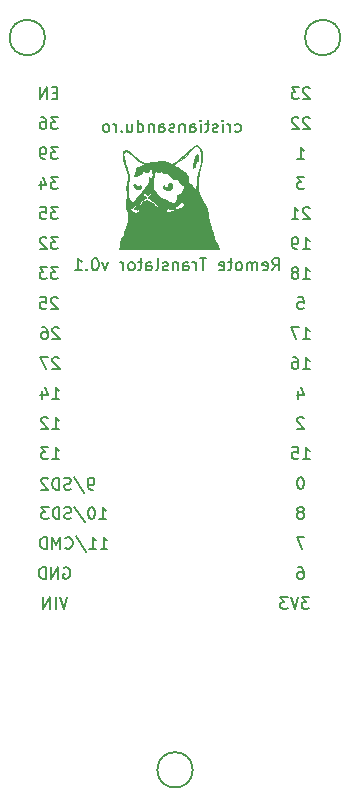
<source format=gbr>
G04 #@! TF.GenerationSoftware,KiCad,Pcbnew,5.1.3-ffb9f22~84~ubuntu18.04.1*
G04 #@! TF.CreationDate,2019-08-09T22:51:00+03:00*
G04 #@! TF.ProjectId,Edifier_Remote,45646966-6965-4725-9f52-656d6f74652e,rev?*
G04 #@! TF.SameCoordinates,Original*
G04 #@! TF.FileFunction,Legend,Bot*
G04 #@! TF.FilePolarity,Positive*
%FSLAX46Y46*%
G04 Gerber Fmt 4.6, Leading zero omitted, Abs format (unit mm)*
G04 Created by KiCad (PCBNEW 5.1.3-ffb9f22~84~ubuntu18.04.1) date 2019-08-09 22:51:00*
%MOMM*%
%LPD*%
G04 APERTURE LIST*
%ADD10C,0.150000*%
%ADD11C,0.200000*%
%ADD12C,0.010000*%
G04 APERTURE END LIST*
D10*
X125725819Y-89961980D02*
X126059152Y-89485790D01*
X126297247Y-89961980D02*
X126297247Y-88961980D01*
X125916295Y-88961980D01*
X125821057Y-89009600D01*
X125773438Y-89057219D01*
X125725819Y-89152457D01*
X125725819Y-89295314D01*
X125773438Y-89390552D01*
X125821057Y-89438171D01*
X125916295Y-89485790D01*
X126297247Y-89485790D01*
X124916295Y-89914361D02*
X125011533Y-89961980D01*
X125202009Y-89961980D01*
X125297247Y-89914361D01*
X125344866Y-89819123D01*
X125344866Y-89438171D01*
X125297247Y-89342933D01*
X125202009Y-89295314D01*
X125011533Y-89295314D01*
X124916295Y-89342933D01*
X124868676Y-89438171D01*
X124868676Y-89533409D01*
X125344866Y-89628647D01*
X124440104Y-89961980D02*
X124440104Y-89295314D01*
X124440104Y-89390552D02*
X124392485Y-89342933D01*
X124297247Y-89295314D01*
X124154390Y-89295314D01*
X124059152Y-89342933D01*
X124011533Y-89438171D01*
X124011533Y-89961980D01*
X124011533Y-89438171D02*
X123963914Y-89342933D01*
X123868676Y-89295314D01*
X123725819Y-89295314D01*
X123630580Y-89342933D01*
X123582961Y-89438171D01*
X123582961Y-89961980D01*
X122963914Y-89961980D02*
X123059152Y-89914361D01*
X123106771Y-89866742D01*
X123154390Y-89771504D01*
X123154390Y-89485790D01*
X123106771Y-89390552D01*
X123059152Y-89342933D01*
X122963914Y-89295314D01*
X122821057Y-89295314D01*
X122725819Y-89342933D01*
X122678200Y-89390552D01*
X122630580Y-89485790D01*
X122630580Y-89771504D01*
X122678200Y-89866742D01*
X122725819Y-89914361D01*
X122821057Y-89961980D01*
X122963914Y-89961980D01*
X122344866Y-89295314D02*
X121963914Y-89295314D01*
X122202009Y-88961980D02*
X122202009Y-89819123D01*
X122154390Y-89914361D01*
X122059152Y-89961980D01*
X121963914Y-89961980D01*
X121249628Y-89914361D02*
X121344866Y-89961980D01*
X121535342Y-89961980D01*
X121630580Y-89914361D01*
X121678200Y-89819123D01*
X121678200Y-89438171D01*
X121630580Y-89342933D01*
X121535342Y-89295314D01*
X121344866Y-89295314D01*
X121249628Y-89342933D01*
X121202009Y-89438171D01*
X121202009Y-89533409D01*
X121678200Y-89628647D01*
X120154390Y-88961980D02*
X119582961Y-88961980D01*
X119868676Y-89961980D02*
X119868676Y-88961980D01*
X119249628Y-89961980D02*
X119249628Y-89295314D01*
X119249628Y-89485790D02*
X119202009Y-89390552D01*
X119154390Y-89342933D01*
X119059152Y-89295314D01*
X118963914Y-89295314D01*
X118202009Y-89961980D02*
X118202009Y-89438171D01*
X118249628Y-89342933D01*
X118344866Y-89295314D01*
X118535342Y-89295314D01*
X118630580Y-89342933D01*
X118202009Y-89914361D02*
X118297247Y-89961980D01*
X118535342Y-89961980D01*
X118630580Y-89914361D01*
X118678200Y-89819123D01*
X118678200Y-89723885D01*
X118630580Y-89628647D01*
X118535342Y-89581028D01*
X118297247Y-89581028D01*
X118202009Y-89533409D01*
X117725819Y-89295314D02*
X117725819Y-89961980D01*
X117725819Y-89390552D02*
X117678200Y-89342933D01*
X117582961Y-89295314D01*
X117440104Y-89295314D01*
X117344866Y-89342933D01*
X117297247Y-89438171D01*
X117297247Y-89961980D01*
X116868676Y-89914361D02*
X116773438Y-89961980D01*
X116582961Y-89961980D01*
X116487723Y-89914361D01*
X116440104Y-89819123D01*
X116440104Y-89771504D01*
X116487723Y-89676266D01*
X116582961Y-89628647D01*
X116725819Y-89628647D01*
X116821057Y-89581028D01*
X116868676Y-89485790D01*
X116868676Y-89438171D01*
X116821057Y-89342933D01*
X116725819Y-89295314D01*
X116582961Y-89295314D01*
X116487723Y-89342933D01*
X115868676Y-89961980D02*
X115963914Y-89914361D01*
X116011533Y-89819123D01*
X116011533Y-88961980D01*
X115059152Y-89961980D02*
X115059152Y-89438171D01*
X115106771Y-89342933D01*
X115202009Y-89295314D01*
X115392485Y-89295314D01*
X115487723Y-89342933D01*
X115059152Y-89914361D02*
X115154390Y-89961980D01*
X115392485Y-89961980D01*
X115487723Y-89914361D01*
X115535342Y-89819123D01*
X115535342Y-89723885D01*
X115487723Y-89628647D01*
X115392485Y-89581028D01*
X115154390Y-89581028D01*
X115059152Y-89533409D01*
X114725819Y-89295314D02*
X114344866Y-89295314D01*
X114582961Y-88961980D02*
X114582961Y-89819123D01*
X114535342Y-89914361D01*
X114440104Y-89961980D01*
X114344866Y-89961980D01*
X113868676Y-89961980D02*
X113963914Y-89914361D01*
X114011533Y-89866742D01*
X114059152Y-89771504D01*
X114059152Y-89485790D01*
X114011533Y-89390552D01*
X113963914Y-89342933D01*
X113868676Y-89295314D01*
X113725819Y-89295314D01*
X113630580Y-89342933D01*
X113582961Y-89390552D01*
X113535342Y-89485790D01*
X113535342Y-89771504D01*
X113582961Y-89866742D01*
X113630580Y-89914361D01*
X113725819Y-89961980D01*
X113868676Y-89961980D01*
X113106771Y-89961980D02*
X113106771Y-89295314D01*
X113106771Y-89485790D02*
X113059152Y-89390552D01*
X113011533Y-89342933D01*
X112916295Y-89295314D01*
X112821057Y-89295314D01*
X111821057Y-89295314D02*
X111582961Y-89961980D01*
X111344866Y-89295314D01*
X110773438Y-88961980D02*
X110678200Y-88961980D01*
X110582961Y-89009600D01*
X110535342Y-89057219D01*
X110487723Y-89152457D01*
X110440104Y-89342933D01*
X110440104Y-89581028D01*
X110487723Y-89771504D01*
X110535342Y-89866742D01*
X110582961Y-89914361D01*
X110678200Y-89961980D01*
X110773438Y-89961980D01*
X110868676Y-89914361D01*
X110916295Y-89866742D01*
X110963914Y-89771504D01*
X111011533Y-89581028D01*
X111011533Y-89342933D01*
X110963914Y-89152457D01*
X110916295Y-89057219D01*
X110868676Y-89009600D01*
X110773438Y-88961980D01*
X110011533Y-89866742D02*
X109963914Y-89914361D01*
X110011533Y-89961980D01*
X110059152Y-89914361D01*
X110011533Y-89866742D01*
X110011533Y-89961980D01*
X109011533Y-89961980D02*
X109582961Y-89961980D01*
X109297247Y-89961980D02*
X109297247Y-88961980D01*
X109392485Y-89104838D01*
X109487723Y-89200076D01*
X109582961Y-89247695D01*
X122578142Y-78204961D02*
X122673380Y-78252580D01*
X122863857Y-78252580D01*
X122959095Y-78204961D01*
X123006714Y-78157342D01*
X123054333Y-78062104D01*
X123054333Y-77776390D01*
X123006714Y-77681152D01*
X122959095Y-77633533D01*
X122863857Y-77585914D01*
X122673380Y-77585914D01*
X122578142Y-77633533D01*
X122149571Y-78252580D02*
X122149571Y-77585914D01*
X122149571Y-77776390D02*
X122101952Y-77681152D01*
X122054333Y-77633533D01*
X121959095Y-77585914D01*
X121863857Y-77585914D01*
X121530523Y-78252580D02*
X121530523Y-77585914D01*
X121530523Y-77252580D02*
X121578142Y-77300200D01*
X121530523Y-77347819D01*
X121482904Y-77300200D01*
X121530523Y-77252580D01*
X121530523Y-77347819D01*
X121101952Y-78204961D02*
X121006714Y-78252580D01*
X120816238Y-78252580D01*
X120721000Y-78204961D01*
X120673380Y-78109723D01*
X120673380Y-78062104D01*
X120721000Y-77966866D01*
X120816238Y-77919247D01*
X120959095Y-77919247D01*
X121054333Y-77871628D01*
X121101952Y-77776390D01*
X121101952Y-77728771D01*
X121054333Y-77633533D01*
X120959095Y-77585914D01*
X120816238Y-77585914D01*
X120721000Y-77633533D01*
X120387666Y-77585914D02*
X120006714Y-77585914D01*
X120244809Y-77252580D02*
X120244809Y-78109723D01*
X120197190Y-78204961D01*
X120101952Y-78252580D01*
X120006714Y-78252580D01*
X119673380Y-78252580D02*
X119673380Y-77585914D01*
X119673380Y-77252580D02*
X119721000Y-77300200D01*
X119673380Y-77347819D01*
X119625761Y-77300200D01*
X119673380Y-77252580D01*
X119673380Y-77347819D01*
X118768619Y-78252580D02*
X118768619Y-77728771D01*
X118816238Y-77633533D01*
X118911476Y-77585914D01*
X119101952Y-77585914D01*
X119197190Y-77633533D01*
X118768619Y-78204961D02*
X118863857Y-78252580D01*
X119101952Y-78252580D01*
X119197190Y-78204961D01*
X119244809Y-78109723D01*
X119244809Y-78014485D01*
X119197190Y-77919247D01*
X119101952Y-77871628D01*
X118863857Y-77871628D01*
X118768619Y-77824009D01*
X118292428Y-77585914D02*
X118292428Y-78252580D01*
X118292428Y-77681152D02*
X118244809Y-77633533D01*
X118149571Y-77585914D01*
X118006714Y-77585914D01*
X117911476Y-77633533D01*
X117863857Y-77728771D01*
X117863857Y-78252580D01*
X117435285Y-78204961D02*
X117340047Y-78252580D01*
X117149571Y-78252580D01*
X117054333Y-78204961D01*
X117006714Y-78109723D01*
X117006714Y-78062104D01*
X117054333Y-77966866D01*
X117149571Y-77919247D01*
X117292428Y-77919247D01*
X117387666Y-77871628D01*
X117435285Y-77776390D01*
X117435285Y-77728771D01*
X117387666Y-77633533D01*
X117292428Y-77585914D01*
X117149571Y-77585914D01*
X117054333Y-77633533D01*
X116149571Y-78252580D02*
X116149571Y-77728771D01*
X116197190Y-77633533D01*
X116292428Y-77585914D01*
X116482904Y-77585914D01*
X116578142Y-77633533D01*
X116149571Y-78204961D02*
X116244809Y-78252580D01*
X116482904Y-78252580D01*
X116578142Y-78204961D01*
X116625761Y-78109723D01*
X116625761Y-78014485D01*
X116578142Y-77919247D01*
X116482904Y-77871628D01*
X116244809Y-77871628D01*
X116149571Y-77824009D01*
X115673380Y-77585914D02*
X115673380Y-78252580D01*
X115673380Y-77681152D02*
X115625761Y-77633533D01*
X115530523Y-77585914D01*
X115387666Y-77585914D01*
X115292428Y-77633533D01*
X115244809Y-77728771D01*
X115244809Y-78252580D01*
X114340047Y-78252580D02*
X114340047Y-77252580D01*
X114340047Y-78204961D02*
X114435285Y-78252580D01*
X114625761Y-78252580D01*
X114721000Y-78204961D01*
X114768619Y-78157342D01*
X114816238Y-78062104D01*
X114816238Y-77776390D01*
X114768619Y-77681152D01*
X114721000Y-77633533D01*
X114625761Y-77585914D01*
X114435285Y-77585914D01*
X114340047Y-77633533D01*
X113435285Y-77585914D02*
X113435285Y-78252580D01*
X113863857Y-77585914D02*
X113863857Y-78109723D01*
X113816238Y-78204961D01*
X113721000Y-78252580D01*
X113578142Y-78252580D01*
X113482904Y-78204961D01*
X113435285Y-78157342D01*
X112959095Y-78157342D02*
X112911476Y-78204961D01*
X112959095Y-78252580D01*
X113006714Y-78204961D01*
X112959095Y-78157342D01*
X112959095Y-78252580D01*
X112482904Y-78252580D02*
X112482904Y-77585914D01*
X112482904Y-77776390D02*
X112435285Y-77681152D01*
X112387666Y-77633533D01*
X112292428Y-77585914D01*
X112197190Y-77585914D01*
X111721000Y-78252580D02*
X111816238Y-78204961D01*
X111863857Y-78157342D01*
X111911476Y-78062104D01*
X111911476Y-77776390D01*
X111863857Y-77681152D01*
X111816238Y-77633533D01*
X111721000Y-77585914D01*
X111578142Y-77585914D01*
X111482904Y-77633533D01*
X111435285Y-77681152D01*
X111387666Y-77776390D01*
X111387666Y-78062104D01*
X111435285Y-78157342D01*
X111482904Y-78204961D01*
X111578142Y-78252580D01*
X111721000Y-78252580D01*
D11*
X118987200Y-132268601D02*
G75*
G03X118987200Y-132268601I-1500000J0D01*
G01*
X131497200Y-70268600D02*
G75*
G03X131497200Y-70268600I-1500000J0D01*
G01*
X106477199Y-70268600D02*
G75*
G03X106477199Y-70268600I-1500000J0D01*
G01*
D12*
G36*
X119256611Y-80183636D02*
G01*
X119207262Y-80283991D01*
X119159881Y-80448087D01*
X119159023Y-80451671D01*
X119118542Y-80610031D01*
X119071840Y-80776380D01*
X119035357Y-80894893D01*
X118995344Y-81046596D01*
X118982615Y-81165675D01*
X118994807Y-81245174D01*
X119029560Y-81278137D01*
X119084512Y-81257610D01*
X119139227Y-81200819D01*
X119192924Y-81095116D01*
X119210667Y-80996032D01*
X119232711Y-80892461D01*
X119288237Y-80803912D01*
X119361338Y-80752142D01*
X119393031Y-80746600D01*
X119428856Y-80713277D01*
X119455018Y-80613171D01*
X119461149Y-80568800D01*
X119467342Y-80393521D01*
X119441904Y-80256745D01*
X119387168Y-80169288D01*
X119372629Y-80158488D01*
X119310783Y-80143107D01*
X119256611Y-80183636D01*
X119256611Y-80183636D01*
G37*
X119256611Y-80183636D02*
X119207262Y-80283991D01*
X119159881Y-80448087D01*
X119159023Y-80451671D01*
X119118542Y-80610031D01*
X119071840Y-80776380D01*
X119035357Y-80894893D01*
X118995344Y-81046596D01*
X118982615Y-81165675D01*
X118994807Y-81245174D01*
X119029560Y-81278137D01*
X119084512Y-81257610D01*
X119139227Y-81200819D01*
X119192924Y-81095116D01*
X119210667Y-80996032D01*
X119232711Y-80892461D01*
X119288237Y-80803912D01*
X119361338Y-80752142D01*
X119393031Y-80746600D01*
X119428856Y-80713277D01*
X119455018Y-80613171D01*
X119461149Y-80568800D01*
X119467342Y-80393521D01*
X119441904Y-80256745D01*
X119387168Y-80169288D01*
X119372629Y-80158488D01*
X119310783Y-80143107D01*
X119256611Y-80183636D01*
G36*
X113992558Y-82703822D02*
G01*
X113981897Y-82719625D01*
X113963272Y-82783786D01*
X113992170Y-82863326D01*
X113995200Y-82868735D01*
X114102308Y-82995012D01*
X114244995Y-83074590D01*
X114404950Y-83098663D01*
X114460569Y-83092539D01*
X114531422Y-83057136D01*
X114598536Y-82991787D01*
X114636633Y-82922782D01*
X114638667Y-82907311D01*
X114613287Y-82872562D01*
X114553132Y-82825717D01*
X114488552Y-82789709D01*
X114444770Y-82794805D01*
X114403525Y-82827657D01*
X114312033Y-82875811D01*
X114226680Y-82861410D01*
X114162813Y-82789006D01*
X114148761Y-82752123D01*
X114106850Y-82670907D01*
X114052413Y-82654345D01*
X113992558Y-82703822D01*
X113992558Y-82703822D01*
G37*
X113992558Y-82703822D02*
X113981897Y-82719625D01*
X113963272Y-82783786D01*
X113992170Y-82863326D01*
X113995200Y-82868735D01*
X114102308Y-82995012D01*
X114244995Y-83074590D01*
X114404950Y-83098663D01*
X114460569Y-83092539D01*
X114531422Y-83057136D01*
X114598536Y-82991787D01*
X114636633Y-82922782D01*
X114638667Y-82907311D01*
X114613287Y-82872562D01*
X114553132Y-82825717D01*
X114488552Y-82789709D01*
X114444770Y-82794805D01*
X114403525Y-82827657D01*
X114312033Y-82875811D01*
X114226680Y-82861410D01*
X114162813Y-82789006D01*
X114148761Y-82752123D01*
X114106850Y-82670907D01*
X114052413Y-82654345D01*
X113992558Y-82703822D01*
G36*
X116940930Y-82637058D02*
G01*
X116895360Y-82696504D01*
X116895131Y-82767934D01*
X116885765Y-82843718D01*
X116839026Y-82890617D01*
X116746873Y-82925436D01*
X116658760Y-82894763D01*
X116596160Y-82832956D01*
X116552063Y-82784154D01*
X116522148Y-82787224D01*
X116487171Y-82829400D01*
X116444501Y-82904776D01*
X116437389Y-82961701D01*
X116464263Y-82981800D01*
X116505470Y-83001975D01*
X116578687Y-83053845D01*
X116636800Y-83100333D01*
X116722557Y-83165607D01*
X116791243Y-83206612D01*
X116817804Y-83214254D01*
X116880867Y-83204495D01*
X116934545Y-83194780D01*
X117024873Y-83151776D01*
X117122252Y-83067495D01*
X117207073Y-82962926D01*
X117259725Y-82859058D01*
X117264324Y-82841823D01*
X117272368Y-82754864D01*
X117240702Y-82695450D01*
X117212903Y-82670488D01*
X117116141Y-82619009D01*
X117020004Y-82609546D01*
X116940930Y-82637058D01*
X116940930Y-82637058D01*
G37*
X116940930Y-82637058D02*
X116895360Y-82696504D01*
X116895131Y-82767934D01*
X116885765Y-82843718D01*
X116839026Y-82890617D01*
X116746873Y-82925436D01*
X116658760Y-82894763D01*
X116596160Y-82832956D01*
X116552063Y-82784154D01*
X116522148Y-82787224D01*
X116487171Y-82829400D01*
X116444501Y-82904776D01*
X116437389Y-82961701D01*
X116464263Y-82981800D01*
X116505470Y-83001975D01*
X116578687Y-83053845D01*
X116636800Y-83100333D01*
X116722557Y-83165607D01*
X116791243Y-83206612D01*
X116817804Y-83214254D01*
X116880867Y-83204495D01*
X116934545Y-83194780D01*
X117024873Y-83151776D01*
X117122252Y-83067495D01*
X117207073Y-82962926D01*
X117259725Y-82859058D01*
X117264324Y-82841823D01*
X117272368Y-82754864D01*
X117240702Y-82695450D01*
X117212903Y-82670488D01*
X117116141Y-82619009D01*
X117020004Y-82609546D01*
X116940930Y-82637058D01*
G36*
X119255903Y-79375953D02*
G01*
X119140494Y-79424309D01*
X119001076Y-79519899D01*
X118831229Y-79664292D01*
X118624529Y-79859054D01*
X118618919Y-79864500D01*
X118379474Y-80090908D01*
X118145124Y-80300935D01*
X117922106Y-80489776D01*
X117716656Y-80652624D01*
X117535010Y-80784676D01*
X117383404Y-80881125D01*
X117268075Y-80937166D01*
X117210440Y-80949800D01*
X117151972Y-80936140D01*
X117052905Y-80900121D01*
X116933466Y-80849185D01*
X116919357Y-80842716D01*
X116753581Y-80779266D01*
X116579844Y-80742249D01*
X116383414Y-80730590D01*
X116149561Y-80743211D01*
X115925600Y-80770070D01*
X115760336Y-80792011D01*
X115560551Y-80816720D01*
X115359113Y-80840188D01*
X115273934Y-80849571D01*
X114910135Y-80888701D01*
X114698201Y-80789448D01*
X114554331Y-80706787D01*
X114377793Y-80580158D01*
X114179444Y-80417493D01*
X114130667Y-80374742D01*
X113875747Y-80157255D01*
X113659741Y-79992233D01*
X113480228Y-79878487D01*
X113334783Y-79814827D01*
X113220984Y-79800062D01*
X113136406Y-79833003D01*
X113102344Y-79869761D01*
X113057699Y-79978617D01*
X113044862Y-80134371D01*
X113064176Y-80339647D01*
X113115983Y-80597070D01*
X113200629Y-80909263D01*
X113265764Y-81119133D01*
X113360508Y-81428649D01*
X113427793Y-81689994D01*
X113468945Y-81916308D01*
X113485293Y-82120733D01*
X113478163Y-82316407D01*
X113448882Y-82516473D01*
X113420238Y-82648269D01*
X113391495Y-82777676D01*
X113374702Y-82886619D01*
X113368927Y-82996134D01*
X113373244Y-83127258D01*
X113386720Y-83301031D01*
X113389846Y-83336214D01*
X113405668Y-83548346D01*
X113409576Y-83720657D01*
X113401109Y-83880083D01*
X113379807Y-84053560D01*
X113377277Y-84070566D01*
X113352356Y-84282193D01*
X113347942Y-84472008D01*
X113365946Y-84661389D01*
X113408282Y-84871712D01*
X113469240Y-85098201D01*
X113521852Y-85312696D01*
X113547549Y-85512633D01*
X113544709Y-85711052D01*
X113511707Y-85920991D01*
X113446920Y-86155489D01*
X113348724Y-86427587D01*
X113283611Y-86589015D01*
X113211779Y-86762830D01*
X113136371Y-86945893D01*
X113069224Y-87109449D01*
X113042596Y-87174558D01*
X112953014Y-87422826D01*
X112870930Y-87703218D01*
X112806523Y-87980180D01*
X112795866Y-88036400D01*
X112772931Y-88163400D01*
X121243518Y-88163400D01*
X121124546Y-87927152D01*
X121006421Y-87686765D01*
X120906269Y-87471247D01*
X120828998Y-87291577D01*
X120779515Y-87158732D01*
X120775964Y-87147400D01*
X120755399Y-87081287D01*
X120717790Y-86961626D01*
X120666612Y-86799419D01*
X120605339Y-86605668D01*
X120537443Y-86391377D01*
X120503313Y-86283799D01*
X120426131Y-86038763D01*
X120367387Y-85845739D01*
X120324295Y-85692416D01*
X120294071Y-85566484D01*
X120273928Y-85455632D01*
X120261082Y-85347551D01*
X120252748Y-85229928D01*
X120249274Y-85160930D01*
X120238113Y-84973396D01*
X120223904Y-84861823D01*
X117438443Y-84861823D01*
X117436506Y-84902194D01*
X117425922Y-84914847D01*
X117352483Y-84955917D01*
X117236550Y-84986106D01*
X117099038Y-85003919D01*
X116960863Y-85007860D01*
X116842941Y-84996431D01*
X116766188Y-84968137D01*
X116759684Y-84962512D01*
X116726938Y-84906918D01*
X116736793Y-84830662D01*
X116742698Y-84812827D01*
X116772385Y-84760887D01*
X114469334Y-84760887D01*
X114451649Y-84823986D01*
X114408007Y-84915244D01*
X114352528Y-85008218D01*
X114302662Y-85073066D01*
X114221501Y-85136910D01*
X114150962Y-85138356D01*
X114079867Y-85081533D01*
X114014793Y-85030295D01*
X113964551Y-85013673D01*
X113886211Y-84993481D01*
X113799144Y-84944220D01*
X113726407Y-84882391D01*
X113691054Y-84824498D01*
X113690400Y-84817433D01*
X113718459Y-84746647D01*
X113792424Y-84662001D01*
X113896981Y-84578613D01*
X113985052Y-84526599D01*
X114090680Y-84484648D01*
X114164756Y-84475230D01*
X114198564Y-84493697D01*
X114183384Y-84535401D01*
X114112358Y-84594482D01*
X114027642Y-84667940D01*
X113979355Y-84746055D01*
X113978453Y-84810591D01*
X113980438Y-84814113D01*
X114010190Y-84813445D01*
X114055960Y-84761694D01*
X114066173Y-84745680D01*
X114128561Y-84667412D01*
X114182342Y-84639224D01*
X114215784Y-84661337D01*
X114217156Y-84733972D01*
X114215334Y-84742866D01*
X114210700Y-84821058D01*
X114238382Y-84842660D01*
X114291494Y-84803539D01*
X114300000Y-84793666D01*
X114349280Y-84760090D01*
X114412114Y-84742469D01*
X114459851Y-84746352D01*
X114469334Y-84760887D01*
X116772385Y-84760887D01*
X116795516Y-84720420D01*
X116868100Y-84692568D01*
X116962217Y-84728777D01*
X116985396Y-84744852D01*
X117063319Y-84790619D01*
X117112668Y-84787161D01*
X117121018Y-84780195D01*
X117199231Y-84745486D01*
X117299196Y-84758758D01*
X117386582Y-84808196D01*
X117438443Y-84861823D01*
X120223904Y-84861823D01*
X120220109Y-84832031D01*
X120188111Y-84715271D01*
X120134965Y-84601551D01*
X120053520Y-84469308D01*
X119987194Y-84370783D01*
X119963166Y-84331327D01*
X118236554Y-84331327D01*
X118235932Y-84440879D01*
X118226235Y-84481540D01*
X118189782Y-84569313D01*
X118129644Y-84613350D01*
X118083696Y-84626383D01*
X117982442Y-84662120D01*
X117873917Y-84719193D01*
X117856605Y-84730476D01*
X117725641Y-84794297D01*
X117605599Y-84806028D01*
X117510526Y-84764601D01*
X117502819Y-84757380D01*
X117456430Y-84682636D01*
X116098233Y-84682636D01*
X116079734Y-84708611D01*
X116073652Y-84709000D01*
X116041133Y-84687357D01*
X115971784Y-84629363D01*
X115877787Y-84545417D01*
X115825748Y-84497333D01*
X115605959Y-84309290D01*
X115402468Y-84169616D01*
X115221001Y-84081657D01*
X115067284Y-84048755D01*
X115057334Y-84048600D01*
X114929552Y-84066510D01*
X114813430Y-84125775D01*
X114696437Y-84234694D01*
X114604800Y-84348288D01*
X114486267Y-84507219D01*
X114475476Y-84402512D01*
X114490292Y-84278624D01*
X114564202Y-84163736D01*
X114701119Y-84052228D01*
X114733972Y-84031333D01*
X114872011Y-83945388D01*
X114960507Y-83885746D01*
X115007960Y-83843803D01*
X115022874Y-83810955D01*
X115013750Y-83778599D01*
X115002578Y-83759511D01*
X114957804Y-83707204D01*
X114929520Y-83693000D01*
X114866205Y-83664683D01*
X114807617Y-83597595D01*
X114775493Y-83518527D01*
X114774134Y-83501484D01*
X114797807Y-83439746D01*
X114860054Y-83421469D01*
X114947718Y-83446393D01*
X115038891Y-83506733D01*
X115116115Y-83561831D01*
X115178986Y-83590320D01*
X115187986Y-83591400D01*
X115242753Y-83568380D01*
X115310572Y-83512396D01*
X115316000Y-83506733D01*
X115383456Y-83457754D01*
X115464616Y-83427344D01*
X115538026Y-83419598D01*
X115582232Y-83438614D01*
X115586933Y-83455002D01*
X115560666Y-83488853D01*
X115491713Y-83546292D01*
X115394848Y-83615044D01*
X115392200Y-83616800D01*
X115294528Y-83687754D01*
X115224643Y-83750586D01*
X115197473Y-83791846D01*
X115197467Y-83792219D01*
X115224939Y-83833456D01*
X115295477Y-83889320D01*
X115356722Y-83926755D01*
X115464303Y-83996416D01*
X115582969Y-84089908D01*
X115705050Y-84198861D01*
X115822876Y-84314906D01*
X115928778Y-84429675D01*
X116015084Y-84534799D01*
X116074126Y-84621908D01*
X116098233Y-84682636D01*
X117456430Y-84682636D01*
X117451865Y-84675282D01*
X117468379Y-84598502D01*
X117552293Y-84527183D01*
X117631002Y-84488716D01*
X117729632Y-84428606D01*
X117807048Y-84349737D01*
X117816082Y-84335533D01*
X117872810Y-84253603D01*
X117935546Y-84217838D01*
X118028959Y-84217668D01*
X118075473Y-84224386D01*
X118184314Y-84261287D01*
X118236554Y-84331327D01*
X119963166Y-84331327D01*
X119866921Y-84173286D01*
X119742303Y-83931042D01*
X119623625Y-83665438D01*
X119526165Y-83412131D01*
X119474507Y-83235892D01*
X119441679Y-83045406D01*
X119423200Y-82814520D01*
X119422973Y-82809860D01*
X119417914Y-82591033D01*
X119425898Y-82378084D01*
X119448800Y-82156701D01*
X119488495Y-81912569D01*
X119546855Y-81631376D01*
X119615284Y-81341326D01*
X119699061Y-80967641D01*
X119752798Y-80646918D01*
X119775826Y-80378687D01*
X119714745Y-80378687D01*
X119693491Y-80613355D01*
X119648922Y-80886930D01*
X119580619Y-81206880D01*
X119488160Y-81580671D01*
X119462671Y-81677933D01*
X119409380Y-81887192D01*
X119373007Y-82054558D01*
X119350178Y-82202759D01*
X119337520Y-82354526D01*
X119331660Y-82532587D01*
X119331140Y-82564272D01*
X119323234Y-82785693D01*
X119305747Y-82943297D01*
X119276610Y-83040584D01*
X119233757Y-83081053D01*
X119175118Y-83068201D01*
X119098627Y-83005530D01*
X119081062Y-82987386D01*
X118998014Y-82898471D01*
X118968743Y-82866770D01*
X118296267Y-82866770D01*
X118274805Y-82918998D01*
X118222096Y-82990271D01*
X118211600Y-83001933D01*
X118140994Y-83119243D01*
X118126934Y-83202311D01*
X118095180Y-83335444D01*
X118007354Y-83446592D01*
X117874613Y-83522041D01*
X117863937Y-83525628D01*
X117748589Y-83569762D01*
X117684893Y-83621461D01*
X117657947Y-83700875D01*
X117652800Y-83811112D01*
X117639617Y-83956467D01*
X117596591Y-84059027D01*
X117585067Y-84074774D01*
X117537807Y-84144863D01*
X117517356Y-84195028D01*
X117517333Y-84195954D01*
X117492303Y-84239730D01*
X117443374Y-84282828D01*
X117346442Y-84317330D01*
X117227072Y-84296834D01*
X117078536Y-84220162D01*
X117075882Y-84218470D01*
X116998533Y-84173881D01*
X116876661Y-84109192D01*
X116727044Y-84033103D01*
X116567882Y-83955003D01*
X116317629Y-83825671D01*
X116122402Y-83702461D01*
X115971270Y-83576088D01*
X115853300Y-83437270D01*
X115757560Y-83276721D01*
X115749045Y-83259637D01*
X115637733Y-83033039D01*
X115645050Y-82527261D01*
X115655642Y-82203569D01*
X115677152Y-81946086D01*
X115687684Y-81883926D01*
X115605424Y-81883926D01*
X115603433Y-81943118D01*
X115556955Y-82010568D01*
X115498839Y-82065866D01*
X115421315Y-82129877D01*
X115375434Y-82152050D01*
X115344576Y-82138070D01*
X115332158Y-82122866D01*
X115290297Y-82084728D01*
X115267159Y-82110777D01*
X115262618Y-82201386D01*
X115270445Y-82303519D01*
X115268861Y-82490916D01*
X115216552Y-82649247D01*
X115107042Y-82793246D01*
X115021020Y-82870907D01*
X114917858Y-82972895D01*
X114825270Y-83093125D01*
X114791211Y-83150848D01*
X114701641Y-83303866D01*
X114591191Y-83457795D01*
X114474287Y-83594942D01*
X114365355Y-83697615D01*
X114318719Y-83730300D01*
X114230787Y-83806136D01*
X114158155Y-83908140D01*
X114149669Y-83925479D01*
X114089558Y-84034692D01*
X114018409Y-84133340D01*
X114007879Y-84145189D01*
X113934015Y-84204554D01*
X113861315Y-84232682D01*
X113808145Y-84225680D01*
X113792000Y-84190954D01*
X113784894Y-84157004D01*
X113758480Y-84108487D01*
X113705112Y-84033910D01*
X113617143Y-83921783D01*
X113592480Y-83891048D01*
X113561878Y-83849211D01*
X113539698Y-83803853D01*
X113524207Y-83743223D01*
X113513670Y-83655571D01*
X113506354Y-83529145D01*
X113500525Y-83352196D01*
X113497842Y-83249676D01*
X113493540Y-83034380D01*
X113493834Y-82871124D01*
X113499855Y-82744307D01*
X113512731Y-82638323D01*
X113533594Y-82537570D01*
X113555367Y-82455323D01*
X113589871Y-82325756D01*
X113607042Y-82229138D01*
X113607831Y-82138644D01*
X113593191Y-82027451D01*
X113574259Y-81922868D01*
X113539484Y-81759929D01*
X113497020Y-81592722D01*
X113455614Y-81455483D01*
X113452638Y-81446904D01*
X113404490Y-81300356D01*
X113351088Y-81122004D01*
X113295910Y-80925370D01*
X113242435Y-80723978D01*
X113194140Y-80531351D01*
X113154503Y-80361013D01*
X113127004Y-80226486D01*
X113115119Y-80141293D01*
X113114898Y-80133782D01*
X113138871Y-80009755D01*
X113206227Y-79931693D01*
X113309293Y-79906762D01*
X113352319Y-79911903D01*
X113483733Y-79956243D01*
X113635139Y-80042595D01*
X113812334Y-80174971D01*
X114021114Y-80357380D01*
X114092120Y-80423733D01*
X114284779Y-80597321D01*
X114449772Y-80725579D01*
X114599466Y-80817815D01*
X114648189Y-80842204D01*
X114758012Y-80898235D01*
X114838743Y-80947315D01*
X114875063Y-80979979D01*
X114875734Y-80982843D01*
X114844081Y-81032663D01*
X114755935Y-81088848D01*
X114621511Y-81146034D01*
X114478135Y-81191524D01*
X114359693Y-81227824D01*
X114266324Y-81262771D01*
X114218699Y-81288487D01*
X114198128Y-81342754D01*
X114192081Y-81431766D01*
X114192984Y-81449723D01*
X114180659Y-81572895D01*
X114117389Y-81690392D01*
X114115481Y-81692979D01*
X114060207Y-81789715D01*
X114030626Y-81884582D01*
X114029067Y-81904646D01*
X114043645Y-81969657D01*
X114091699Y-81997753D01*
X114179710Y-81988858D01*
X114314156Y-81942893D01*
X114414089Y-81900060D01*
X114539822Y-81838408D01*
X114618331Y-81783312D01*
X114666935Y-81720777D01*
X114686451Y-81679927D01*
X114739815Y-81591574D01*
X114807598Y-81562608D01*
X114900134Y-81591036D01*
X114960400Y-81627133D01*
X115067425Y-81683241D01*
X115146422Y-81682993D01*
X115211301Y-81623219D01*
X115247011Y-81561862D01*
X115312595Y-81466781D01*
X115386996Y-81407971D01*
X115455140Y-81394878D01*
X115486002Y-81412102D01*
X115507323Y-81459285D01*
X115532821Y-81550253D01*
X115549418Y-81627133D01*
X115573158Y-81744770D01*
X115595262Y-81844117D01*
X115605424Y-81883926D01*
X115687684Y-81883926D01*
X115709673Y-81754161D01*
X115753300Y-81627139D01*
X115779905Y-81587083D01*
X115846268Y-81547043D01*
X115905294Y-81569592D01*
X115936026Y-81629476D01*
X115979591Y-81683498D01*
X116067479Y-81688684D01*
X116196992Y-81644951D01*
X116212057Y-81637918D01*
X116292028Y-81603590D01*
X116342455Y-81603194D01*
X116394337Y-81640292D01*
X116417185Y-81661486D01*
X116486200Y-81711551D01*
X116571604Y-81736471D01*
X116694434Y-81743834D01*
X116885978Y-81745666D01*
X117000030Y-81940514D01*
X117131312Y-82113481D01*
X117285734Y-82222953D01*
X117463857Y-82269296D01*
X117507518Y-82271062D01*
X117648294Y-82278706D01*
X117738403Y-82306335D01*
X117793997Y-82362843D01*
X117828507Y-82447850D01*
X117865278Y-82538372D01*
X117922425Y-82597676D01*
X118022613Y-82649220D01*
X118023431Y-82649571D01*
X118173522Y-82725929D01*
X118266071Y-82800485D01*
X118296267Y-82866770D01*
X118968743Y-82866770D01*
X118905476Y-82798254D01*
X118884835Y-82775719D01*
X118791705Y-82682646D01*
X118693023Y-82596567D01*
X118671666Y-82580046D01*
X118604419Y-82523057D01*
X118578245Y-82468391D01*
X118581542Y-82385778D01*
X118585795Y-82355992D01*
X118582216Y-82163626D01*
X118549319Y-82027723D01*
X118503183Y-81894428D01*
X118455987Y-81804777D01*
X118390860Y-81736553D01*
X118290928Y-81667539D01*
X118262400Y-81649924D01*
X118148402Y-81574457D01*
X118018595Y-81480307D01*
X117940667Y-81419595D01*
X117814809Y-81328561D01*
X117674232Y-81242649D01*
X117593533Y-81201231D01*
X117497271Y-81149778D01*
X117432705Y-81100970D01*
X117415733Y-81073416D01*
X117441391Y-81033696D01*
X117510042Y-80966751D01*
X117609206Y-80884218D01*
X117661267Y-80844492D01*
X118052033Y-80540336D01*
X118379369Y-80255455D01*
X118642770Y-79990301D01*
X118717026Y-79905486D01*
X118900974Y-79702175D01*
X119060134Y-79559647D01*
X119197784Y-79477040D01*
X119317201Y-79453491D01*
X119421662Y-79488138D01*
X119514445Y-79580118D01*
X119575010Y-79679720D01*
X119642817Y-79833441D01*
X119688988Y-79996198D01*
X119713104Y-80175457D01*
X119714745Y-80378687D01*
X119775826Y-80378687D01*
X119776453Y-80371389D01*
X119769982Y-80133288D01*
X119733343Y-79924846D01*
X119666493Y-79738298D01*
X119605874Y-79623516D01*
X119522288Y-79498613D01*
X119440379Y-79414673D01*
X119353724Y-79373264D01*
X119255903Y-79375953D01*
X119255903Y-79375953D01*
G37*
X119255903Y-79375953D02*
X119140494Y-79424309D01*
X119001076Y-79519899D01*
X118831229Y-79664292D01*
X118624529Y-79859054D01*
X118618919Y-79864500D01*
X118379474Y-80090908D01*
X118145124Y-80300935D01*
X117922106Y-80489776D01*
X117716656Y-80652624D01*
X117535010Y-80784676D01*
X117383404Y-80881125D01*
X117268075Y-80937166D01*
X117210440Y-80949800D01*
X117151972Y-80936140D01*
X117052905Y-80900121D01*
X116933466Y-80849185D01*
X116919357Y-80842716D01*
X116753581Y-80779266D01*
X116579844Y-80742249D01*
X116383414Y-80730590D01*
X116149561Y-80743211D01*
X115925600Y-80770070D01*
X115760336Y-80792011D01*
X115560551Y-80816720D01*
X115359113Y-80840188D01*
X115273934Y-80849571D01*
X114910135Y-80888701D01*
X114698201Y-80789448D01*
X114554331Y-80706787D01*
X114377793Y-80580158D01*
X114179444Y-80417493D01*
X114130667Y-80374742D01*
X113875747Y-80157255D01*
X113659741Y-79992233D01*
X113480228Y-79878487D01*
X113334783Y-79814827D01*
X113220984Y-79800062D01*
X113136406Y-79833003D01*
X113102344Y-79869761D01*
X113057699Y-79978617D01*
X113044862Y-80134371D01*
X113064176Y-80339647D01*
X113115983Y-80597070D01*
X113200629Y-80909263D01*
X113265764Y-81119133D01*
X113360508Y-81428649D01*
X113427793Y-81689994D01*
X113468945Y-81916308D01*
X113485293Y-82120733D01*
X113478163Y-82316407D01*
X113448882Y-82516473D01*
X113420238Y-82648269D01*
X113391495Y-82777676D01*
X113374702Y-82886619D01*
X113368927Y-82996134D01*
X113373244Y-83127258D01*
X113386720Y-83301031D01*
X113389846Y-83336214D01*
X113405668Y-83548346D01*
X113409576Y-83720657D01*
X113401109Y-83880083D01*
X113379807Y-84053560D01*
X113377277Y-84070566D01*
X113352356Y-84282193D01*
X113347942Y-84472008D01*
X113365946Y-84661389D01*
X113408282Y-84871712D01*
X113469240Y-85098201D01*
X113521852Y-85312696D01*
X113547549Y-85512633D01*
X113544709Y-85711052D01*
X113511707Y-85920991D01*
X113446920Y-86155489D01*
X113348724Y-86427587D01*
X113283611Y-86589015D01*
X113211779Y-86762830D01*
X113136371Y-86945893D01*
X113069224Y-87109449D01*
X113042596Y-87174558D01*
X112953014Y-87422826D01*
X112870930Y-87703218D01*
X112806523Y-87980180D01*
X112795866Y-88036400D01*
X112772931Y-88163400D01*
X121243518Y-88163400D01*
X121124546Y-87927152D01*
X121006421Y-87686765D01*
X120906269Y-87471247D01*
X120828998Y-87291577D01*
X120779515Y-87158732D01*
X120775964Y-87147400D01*
X120755399Y-87081287D01*
X120717790Y-86961626D01*
X120666612Y-86799419D01*
X120605339Y-86605668D01*
X120537443Y-86391377D01*
X120503313Y-86283799D01*
X120426131Y-86038763D01*
X120367387Y-85845739D01*
X120324295Y-85692416D01*
X120294071Y-85566484D01*
X120273928Y-85455632D01*
X120261082Y-85347551D01*
X120252748Y-85229928D01*
X120249274Y-85160930D01*
X120238113Y-84973396D01*
X120223904Y-84861823D01*
X117438443Y-84861823D01*
X117436506Y-84902194D01*
X117425922Y-84914847D01*
X117352483Y-84955917D01*
X117236550Y-84986106D01*
X117099038Y-85003919D01*
X116960863Y-85007860D01*
X116842941Y-84996431D01*
X116766188Y-84968137D01*
X116759684Y-84962512D01*
X116726938Y-84906918D01*
X116736793Y-84830662D01*
X116742698Y-84812827D01*
X116772385Y-84760887D01*
X114469334Y-84760887D01*
X114451649Y-84823986D01*
X114408007Y-84915244D01*
X114352528Y-85008218D01*
X114302662Y-85073066D01*
X114221501Y-85136910D01*
X114150962Y-85138356D01*
X114079867Y-85081533D01*
X114014793Y-85030295D01*
X113964551Y-85013673D01*
X113886211Y-84993481D01*
X113799144Y-84944220D01*
X113726407Y-84882391D01*
X113691054Y-84824498D01*
X113690400Y-84817433D01*
X113718459Y-84746647D01*
X113792424Y-84662001D01*
X113896981Y-84578613D01*
X113985052Y-84526599D01*
X114090680Y-84484648D01*
X114164756Y-84475230D01*
X114198564Y-84493697D01*
X114183384Y-84535401D01*
X114112358Y-84594482D01*
X114027642Y-84667940D01*
X113979355Y-84746055D01*
X113978453Y-84810591D01*
X113980438Y-84814113D01*
X114010190Y-84813445D01*
X114055960Y-84761694D01*
X114066173Y-84745680D01*
X114128561Y-84667412D01*
X114182342Y-84639224D01*
X114215784Y-84661337D01*
X114217156Y-84733972D01*
X114215334Y-84742866D01*
X114210700Y-84821058D01*
X114238382Y-84842660D01*
X114291494Y-84803539D01*
X114300000Y-84793666D01*
X114349280Y-84760090D01*
X114412114Y-84742469D01*
X114459851Y-84746352D01*
X114469334Y-84760887D01*
X116772385Y-84760887D01*
X116795516Y-84720420D01*
X116868100Y-84692568D01*
X116962217Y-84728777D01*
X116985396Y-84744852D01*
X117063319Y-84790619D01*
X117112668Y-84787161D01*
X117121018Y-84780195D01*
X117199231Y-84745486D01*
X117299196Y-84758758D01*
X117386582Y-84808196D01*
X117438443Y-84861823D01*
X120223904Y-84861823D01*
X120220109Y-84832031D01*
X120188111Y-84715271D01*
X120134965Y-84601551D01*
X120053520Y-84469308D01*
X119987194Y-84370783D01*
X119963166Y-84331327D01*
X118236554Y-84331327D01*
X118235932Y-84440879D01*
X118226235Y-84481540D01*
X118189782Y-84569313D01*
X118129644Y-84613350D01*
X118083696Y-84626383D01*
X117982442Y-84662120D01*
X117873917Y-84719193D01*
X117856605Y-84730476D01*
X117725641Y-84794297D01*
X117605599Y-84806028D01*
X117510526Y-84764601D01*
X117502819Y-84757380D01*
X117456430Y-84682636D01*
X116098233Y-84682636D01*
X116079734Y-84708611D01*
X116073652Y-84709000D01*
X116041133Y-84687357D01*
X115971784Y-84629363D01*
X115877787Y-84545417D01*
X115825748Y-84497333D01*
X115605959Y-84309290D01*
X115402468Y-84169616D01*
X115221001Y-84081657D01*
X115067284Y-84048755D01*
X115057334Y-84048600D01*
X114929552Y-84066510D01*
X114813430Y-84125775D01*
X114696437Y-84234694D01*
X114604800Y-84348288D01*
X114486267Y-84507219D01*
X114475476Y-84402512D01*
X114490292Y-84278624D01*
X114564202Y-84163736D01*
X114701119Y-84052228D01*
X114733972Y-84031333D01*
X114872011Y-83945388D01*
X114960507Y-83885746D01*
X115007960Y-83843803D01*
X115022874Y-83810955D01*
X115013750Y-83778599D01*
X115002578Y-83759511D01*
X114957804Y-83707204D01*
X114929520Y-83693000D01*
X114866205Y-83664683D01*
X114807617Y-83597595D01*
X114775493Y-83518527D01*
X114774134Y-83501484D01*
X114797807Y-83439746D01*
X114860054Y-83421469D01*
X114947718Y-83446393D01*
X115038891Y-83506733D01*
X115116115Y-83561831D01*
X115178986Y-83590320D01*
X115187986Y-83591400D01*
X115242753Y-83568380D01*
X115310572Y-83512396D01*
X115316000Y-83506733D01*
X115383456Y-83457754D01*
X115464616Y-83427344D01*
X115538026Y-83419598D01*
X115582232Y-83438614D01*
X115586933Y-83455002D01*
X115560666Y-83488853D01*
X115491713Y-83546292D01*
X115394848Y-83615044D01*
X115392200Y-83616800D01*
X115294528Y-83687754D01*
X115224643Y-83750586D01*
X115197473Y-83791846D01*
X115197467Y-83792219D01*
X115224939Y-83833456D01*
X115295477Y-83889320D01*
X115356722Y-83926755D01*
X115464303Y-83996416D01*
X115582969Y-84089908D01*
X115705050Y-84198861D01*
X115822876Y-84314906D01*
X115928778Y-84429675D01*
X116015084Y-84534799D01*
X116074126Y-84621908D01*
X116098233Y-84682636D01*
X117456430Y-84682636D01*
X117451865Y-84675282D01*
X117468379Y-84598502D01*
X117552293Y-84527183D01*
X117631002Y-84488716D01*
X117729632Y-84428606D01*
X117807048Y-84349737D01*
X117816082Y-84335533D01*
X117872810Y-84253603D01*
X117935546Y-84217838D01*
X118028959Y-84217668D01*
X118075473Y-84224386D01*
X118184314Y-84261287D01*
X118236554Y-84331327D01*
X119963166Y-84331327D01*
X119866921Y-84173286D01*
X119742303Y-83931042D01*
X119623625Y-83665438D01*
X119526165Y-83412131D01*
X119474507Y-83235892D01*
X119441679Y-83045406D01*
X119423200Y-82814520D01*
X119422973Y-82809860D01*
X119417914Y-82591033D01*
X119425898Y-82378084D01*
X119448800Y-82156701D01*
X119488495Y-81912569D01*
X119546855Y-81631376D01*
X119615284Y-81341326D01*
X119699061Y-80967641D01*
X119752798Y-80646918D01*
X119775826Y-80378687D01*
X119714745Y-80378687D01*
X119693491Y-80613355D01*
X119648922Y-80886930D01*
X119580619Y-81206880D01*
X119488160Y-81580671D01*
X119462671Y-81677933D01*
X119409380Y-81887192D01*
X119373007Y-82054558D01*
X119350178Y-82202759D01*
X119337520Y-82354526D01*
X119331660Y-82532587D01*
X119331140Y-82564272D01*
X119323234Y-82785693D01*
X119305747Y-82943297D01*
X119276610Y-83040584D01*
X119233757Y-83081053D01*
X119175118Y-83068201D01*
X119098627Y-83005530D01*
X119081062Y-82987386D01*
X118998014Y-82898471D01*
X118968743Y-82866770D01*
X118296267Y-82866770D01*
X118274805Y-82918998D01*
X118222096Y-82990271D01*
X118211600Y-83001933D01*
X118140994Y-83119243D01*
X118126934Y-83202311D01*
X118095180Y-83335444D01*
X118007354Y-83446592D01*
X117874613Y-83522041D01*
X117863937Y-83525628D01*
X117748589Y-83569762D01*
X117684893Y-83621461D01*
X117657947Y-83700875D01*
X117652800Y-83811112D01*
X117639617Y-83956467D01*
X117596591Y-84059027D01*
X117585067Y-84074774D01*
X117537807Y-84144863D01*
X117517356Y-84195028D01*
X117517333Y-84195954D01*
X117492303Y-84239730D01*
X117443374Y-84282828D01*
X117346442Y-84317330D01*
X117227072Y-84296834D01*
X117078536Y-84220162D01*
X117075882Y-84218470D01*
X116998533Y-84173881D01*
X116876661Y-84109192D01*
X116727044Y-84033103D01*
X116567882Y-83955003D01*
X116317629Y-83825671D01*
X116122402Y-83702461D01*
X115971270Y-83576088D01*
X115853300Y-83437270D01*
X115757560Y-83276721D01*
X115749045Y-83259637D01*
X115637733Y-83033039D01*
X115645050Y-82527261D01*
X115655642Y-82203569D01*
X115677152Y-81946086D01*
X115687684Y-81883926D01*
X115605424Y-81883926D01*
X115603433Y-81943118D01*
X115556955Y-82010568D01*
X115498839Y-82065866D01*
X115421315Y-82129877D01*
X115375434Y-82152050D01*
X115344576Y-82138070D01*
X115332158Y-82122866D01*
X115290297Y-82084728D01*
X115267159Y-82110777D01*
X115262618Y-82201386D01*
X115270445Y-82303519D01*
X115268861Y-82490916D01*
X115216552Y-82649247D01*
X115107042Y-82793246D01*
X115021020Y-82870907D01*
X114917858Y-82972895D01*
X114825270Y-83093125D01*
X114791211Y-83150848D01*
X114701641Y-83303866D01*
X114591191Y-83457795D01*
X114474287Y-83594942D01*
X114365355Y-83697615D01*
X114318719Y-83730300D01*
X114230787Y-83806136D01*
X114158155Y-83908140D01*
X114149669Y-83925479D01*
X114089558Y-84034692D01*
X114018409Y-84133340D01*
X114007879Y-84145189D01*
X113934015Y-84204554D01*
X113861315Y-84232682D01*
X113808145Y-84225680D01*
X113792000Y-84190954D01*
X113784894Y-84157004D01*
X113758480Y-84108487D01*
X113705112Y-84033910D01*
X113617143Y-83921783D01*
X113592480Y-83891048D01*
X113561878Y-83849211D01*
X113539698Y-83803853D01*
X113524207Y-83743223D01*
X113513670Y-83655571D01*
X113506354Y-83529145D01*
X113500525Y-83352196D01*
X113497842Y-83249676D01*
X113493540Y-83034380D01*
X113493834Y-82871124D01*
X113499855Y-82744307D01*
X113512731Y-82638323D01*
X113533594Y-82537570D01*
X113555367Y-82455323D01*
X113589871Y-82325756D01*
X113607042Y-82229138D01*
X113607831Y-82138644D01*
X113593191Y-82027451D01*
X113574259Y-81922868D01*
X113539484Y-81759929D01*
X113497020Y-81592722D01*
X113455614Y-81455483D01*
X113452638Y-81446904D01*
X113404490Y-81300356D01*
X113351088Y-81122004D01*
X113295910Y-80925370D01*
X113242435Y-80723978D01*
X113194140Y-80531351D01*
X113154503Y-80361013D01*
X113127004Y-80226486D01*
X113115119Y-80141293D01*
X113114898Y-80133782D01*
X113138871Y-80009755D01*
X113206227Y-79931693D01*
X113309293Y-79906762D01*
X113352319Y-79911903D01*
X113483733Y-79956243D01*
X113635139Y-80042595D01*
X113812334Y-80174971D01*
X114021114Y-80357380D01*
X114092120Y-80423733D01*
X114284779Y-80597321D01*
X114449772Y-80725579D01*
X114599466Y-80817815D01*
X114648189Y-80842204D01*
X114758012Y-80898235D01*
X114838743Y-80947315D01*
X114875063Y-80979979D01*
X114875734Y-80982843D01*
X114844081Y-81032663D01*
X114755935Y-81088848D01*
X114621511Y-81146034D01*
X114478135Y-81191524D01*
X114359693Y-81227824D01*
X114266324Y-81262771D01*
X114218699Y-81288487D01*
X114198128Y-81342754D01*
X114192081Y-81431766D01*
X114192984Y-81449723D01*
X114180659Y-81572895D01*
X114117389Y-81690392D01*
X114115481Y-81692979D01*
X114060207Y-81789715D01*
X114030626Y-81884582D01*
X114029067Y-81904646D01*
X114043645Y-81969657D01*
X114091699Y-81997753D01*
X114179710Y-81988858D01*
X114314156Y-81942893D01*
X114414089Y-81900060D01*
X114539822Y-81838408D01*
X114618331Y-81783312D01*
X114666935Y-81720777D01*
X114686451Y-81679927D01*
X114739815Y-81591574D01*
X114807598Y-81562608D01*
X114900134Y-81591036D01*
X114960400Y-81627133D01*
X115067425Y-81683241D01*
X115146422Y-81682993D01*
X115211301Y-81623219D01*
X115247011Y-81561862D01*
X115312595Y-81466781D01*
X115386996Y-81407971D01*
X115455140Y-81394878D01*
X115486002Y-81412102D01*
X115507323Y-81459285D01*
X115532821Y-81550253D01*
X115549418Y-81627133D01*
X115573158Y-81744770D01*
X115595262Y-81844117D01*
X115605424Y-81883926D01*
X115687684Y-81883926D01*
X115709673Y-81754161D01*
X115753300Y-81627139D01*
X115779905Y-81587083D01*
X115846268Y-81547043D01*
X115905294Y-81569592D01*
X115936026Y-81629476D01*
X115979591Y-81683498D01*
X116067479Y-81688684D01*
X116196992Y-81644951D01*
X116212057Y-81637918D01*
X116292028Y-81603590D01*
X116342455Y-81603194D01*
X116394337Y-81640292D01*
X116417185Y-81661486D01*
X116486200Y-81711551D01*
X116571604Y-81736471D01*
X116694434Y-81743834D01*
X116885978Y-81745666D01*
X117000030Y-81940514D01*
X117131312Y-82113481D01*
X117285734Y-82222953D01*
X117463857Y-82269296D01*
X117507518Y-82271062D01*
X117648294Y-82278706D01*
X117738403Y-82306335D01*
X117793997Y-82362843D01*
X117828507Y-82447850D01*
X117865278Y-82538372D01*
X117922425Y-82597676D01*
X118022613Y-82649220D01*
X118023431Y-82649571D01*
X118173522Y-82725929D01*
X118266071Y-82800485D01*
X118296267Y-82866770D01*
X118968743Y-82866770D01*
X118905476Y-82798254D01*
X118884835Y-82775719D01*
X118791705Y-82682646D01*
X118693023Y-82596567D01*
X118671666Y-82580046D01*
X118604419Y-82523057D01*
X118578245Y-82468391D01*
X118581542Y-82385778D01*
X118585795Y-82355992D01*
X118582216Y-82163626D01*
X118549319Y-82027723D01*
X118503183Y-81894428D01*
X118455987Y-81804777D01*
X118390860Y-81736553D01*
X118290928Y-81667539D01*
X118262400Y-81649924D01*
X118148402Y-81574457D01*
X118018595Y-81480307D01*
X117940667Y-81419595D01*
X117814809Y-81328561D01*
X117674232Y-81242649D01*
X117593533Y-81201231D01*
X117497271Y-81149778D01*
X117432705Y-81100970D01*
X117415733Y-81073416D01*
X117441391Y-81033696D01*
X117510042Y-80966751D01*
X117609206Y-80884218D01*
X117661267Y-80844492D01*
X118052033Y-80540336D01*
X118379369Y-80255455D01*
X118642770Y-79990301D01*
X118717026Y-79905486D01*
X118900974Y-79702175D01*
X119060134Y-79559647D01*
X119197784Y-79477040D01*
X119317201Y-79453491D01*
X119421662Y-79488138D01*
X119514445Y-79580118D01*
X119575010Y-79679720D01*
X119642817Y-79833441D01*
X119688988Y-79996198D01*
X119713104Y-80175457D01*
X119714745Y-80378687D01*
X119775826Y-80378687D01*
X119776453Y-80371389D01*
X119769982Y-80133288D01*
X119733343Y-79924846D01*
X119666493Y-79738298D01*
X119605874Y-79623516D01*
X119522288Y-79498613D01*
X119440379Y-79414673D01*
X119353724Y-79373264D01*
X119255903Y-79375953D01*
D10*
X128845095Y-117649380D02*
X128226047Y-117649380D01*
X128559380Y-118030333D01*
X128416523Y-118030333D01*
X128321285Y-118077952D01*
X128273666Y-118125571D01*
X128226047Y-118220809D01*
X128226047Y-118458904D01*
X128273666Y-118554142D01*
X128321285Y-118601761D01*
X128416523Y-118649380D01*
X128702238Y-118649380D01*
X128797476Y-118601761D01*
X128845095Y-118554142D01*
X127940333Y-117649380D02*
X127607000Y-118649380D01*
X127273666Y-117649380D01*
X127035571Y-117649380D02*
X126416523Y-117649380D01*
X126749857Y-118030333D01*
X126607000Y-118030333D01*
X126511761Y-118077952D01*
X126464142Y-118125571D01*
X126416523Y-118220809D01*
X126416523Y-118458904D01*
X126464142Y-118554142D01*
X126511761Y-118601761D01*
X126607000Y-118649380D01*
X126892714Y-118649380D01*
X126987952Y-118601761D01*
X127035571Y-118554142D01*
X127924523Y-115109380D02*
X128115000Y-115109380D01*
X128210238Y-115157000D01*
X128257857Y-115204619D01*
X128353095Y-115347476D01*
X128400714Y-115537952D01*
X128400714Y-115918904D01*
X128353095Y-116014142D01*
X128305476Y-116061761D01*
X128210238Y-116109380D01*
X128019761Y-116109380D01*
X127924523Y-116061761D01*
X127876904Y-116014142D01*
X127829285Y-115918904D01*
X127829285Y-115680809D01*
X127876904Y-115585571D01*
X127924523Y-115537952D01*
X128019761Y-115490333D01*
X128210238Y-115490333D01*
X128305476Y-115537952D01*
X128353095Y-115585571D01*
X128400714Y-115680809D01*
X128448333Y-112569380D02*
X127781666Y-112569380D01*
X128210238Y-113569380D01*
X128210238Y-110457952D02*
X128305476Y-110410333D01*
X128353095Y-110362714D01*
X128400714Y-110267476D01*
X128400714Y-110219857D01*
X128353095Y-110124619D01*
X128305476Y-110077000D01*
X128210238Y-110029380D01*
X128019761Y-110029380D01*
X127924523Y-110077000D01*
X127876904Y-110124619D01*
X127829285Y-110219857D01*
X127829285Y-110267476D01*
X127876904Y-110362714D01*
X127924523Y-110410333D01*
X128019761Y-110457952D01*
X128210238Y-110457952D01*
X128305476Y-110505571D01*
X128353095Y-110553190D01*
X128400714Y-110648428D01*
X128400714Y-110838904D01*
X128353095Y-110934142D01*
X128305476Y-110981761D01*
X128210238Y-111029380D01*
X128019761Y-111029380D01*
X127924523Y-110981761D01*
X127876904Y-110934142D01*
X127829285Y-110838904D01*
X127829285Y-110648428D01*
X127876904Y-110553190D01*
X127924523Y-110505571D01*
X128019761Y-110457952D01*
X128162619Y-107489380D02*
X128067380Y-107489380D01*
X127972142Y-107537000D01*
X127924523Y-107584619D01*
X127876904Y-107679857D01*
X127829285Y-107870333D01*
X127829285Y-108108428D01*
X127876904Y-108298904D01*
X127924523Y-108394142D01*
X127972142Y-108441761D01*
X128067380Y-108489380D01*
X128162619Y-108489380D01*
X128257857Y-108441761D01*
X128305476Y-108394142D01*
X128353095Y-108298904D01*
X128400714Y-108108428D01*
X128400714Y-107870333D01*
X128353095Y-107679857D01*
X128305476Y-107584619D01*
X128257857Y-107537000D01*
X128162619Y-107489380D01*
X128305476Y-105949380D02*
X128876904Y-105949380D01*
X128591190Y-105949380D02*
X128591190Y-104949380D01*
X128686428Y-105092238D01*
X128781666Y-105187476D01*
X128876904Y-105235095D01*
X127400714Y-104949380D02*
X127876904Y-104949380D01*
X127924523Y-105425571D01*
X127876904Y-105377952D01*
X127781666Y-105330333D01*
X127543571Y-105330333D01*
X127448333Y-105377952D01*
X127400714Y-105425571D01*
X127353095Y-105520809D01*
X127353095Y-105758904D01*
X127400714Y-105854142D01*
X127448333Y-105901761D01*
X127543571Y-105949380D01*
X127781666Y-105949380D01*
X127876904Y-105901761D01*
X127924523Y-105854142D01*
X128400714Y-102504619D02*
X128353095Y-102457000D01*
X128257857Y-102409380D01*
X128019761Y-102409380D01*
X127924523Y-102457000D01*
X127876904Y-102504619D01*
X127829285Y-102599857D01*
X127829285Y-102695095D01*
X127876904Y-102837952D01*
X128448333Y-103409380D01*
X127829285Y-103409380D01*
X127924523Y-100202714D02*
X127924523Y-100869380D01*
X128162619Y-99821761D02*
X128400714Y-100536047D01*
X127781666Y-100536047D01*
X128305476Y-98329380D02*
X128876904Y-98329380D01*
X128591190Y-98329380D02*
X128591190Y-97329380D01*
X128686428Y-97472238D01*
X128781666Y-97567476D01*
X128876904Y-97615095D01*
X127448333Y-97329380D02*
X127638809Y-97329380D01*
X127734047Y-97377000D01*
X127781666Y-97424619D01*
X127876904Y-97567476D01*
X127924523Y-97757952D01*
X127924523Y-98138904D01*
X127876904Y-98234142D01*
X127829285Y-98281761D01*
X127734047Y-98329380D01*
X127543571Y-98329380D01*
X127448333Y-98281761D01*
X127400714Y-98234142D01*
X127353095Y-98138904D01*
X127353095Y-97900809D01*
X127400714Y-97805571D01*
X127448333Y-97757952D01*
X127543571Y-97710333D01*
X127734047Y-97710333D01*
X127829285Y-97757952D01*
X127876904Y-97805571D01*
X127924523Y-97900809D01*
X128305476Y-95789380D02*
X128876904Y-95789380D01*
X128591190Y-95789380D02*
X128591190Y-94789380D01*
X128686428Y-94932238D01*
X128781666Y-95027476D01*
X128876904Y-95075095D01*
X127972142Y-94789380D02*
X127305476Y-94789380D01*
X127734047Y-95789380D01*
X127876904Y-92249380D02*
X128353095Y-92249380D01*
X128400714Y-92725571D01*
X128353095Y-92677952D01*
X128257857Y-92630333D01*
X128019761Y-92630333D01*
X127924523Y-92677952D01*
X127876904Y-92725571D01*
X127829285Y-92820809D01*
X127829285Y-93058904D01*
X127876904Y-93154142D01*
X127924523Y-93201761D01*
X128019761Y-93249380D01*
X128257857Y-93249380D01*
X128353095Y-93201761D01*
X128400714Y-93154142D01*
X128305476Y-90709380D02*
X128876904Y-90709380D01*
X128591190Y-90709380D02*
X128591190Y-89709380D01*
X128686428Y-89852238D01*
X128781666Y-89947476D01*
X128876904Y-89995095D01*
X127734047Y-90137952D02*
X127829285Y-90090333D01*
X127876904Y-90042714D01*
X127924523Y-89947476D01*
X127924523Y-89899857D01*
X127876904Y-89804619D01*
X127829285Y-89757000D01*
X127734047Y-89709380D01*
X127543571Y-89709380D01*
X127448333Y-89757000D01*
X127400714Y-89804619D01*
X127353095Y-89899857D01*
X127353095Y-89947476D01*
X127400714Y-90042714D01*
X127448333Y-90090333D01*
X127543571Y-90137952D01*
X127734047Y-90137952D01*
X127829285Y-90185571D01*
X127876904Y-90233190D01*
X127924523Y-90328428D01*
X127924523Y-90518904D01*
X127876904Y-90614142D01*
X127829285Y-90661761D01*
X127734047Y-90709380D01*
X127543571Y-90709380D01*
X127448333Y-90661761D01*
X127400714Y-90614142D01*
X127353095Y-90518904D01*
X127353095Y-90328428D01*
X127400714Y-90233190D01*
X127448333Y-90185571D01*
X127543571Y-90137952D01*
X128305476Y-88169380D02*
X128876904Y-88169380D01*
X128591190Y-88169380D02*
X128591190Y-87169380D01*
X128686428Y-87312238D01*
X128781666Y-87407476D01*
X128876904Y-87455095D01*
X127829285Y-88169380D02*
X127638809Y-88169380D01*
X127543571Y-88121761D01*
X127495952Y-88074142D01*
X127400714Y-87931285D01*
X127353095Y-87740809D01*
X127353095Y-87359857D01*
X127400714Y-87264619D01*
X127448333Y-87217000D01*
X127543571Y-87169380D01*
X127734047Y-87169380D01*
X127829285Y-87217000D01*
X127876904Y-87264619D01*
X127924523Y-87359857D01*
X127924523Y-87597952D01*
X127876904Y-87693190D01*
X127829285Y-87740809D01*
X127734047Y-87788428D01*
X127543571Y-87788428D01*
X127448333Y-87740809D01*
X127400714Y-87693190D01*
X127353095Y-87597952D01*
X128876904Y-84724619D02*
X128829285Y-84677000D01*
X128734047Y-84629380D01*
X128495952Y-84629380D01*
X128400714Y-84677000D01*
X128353095Y-84724619D01*
X128305476Y-84819857D01*
X128305476Y-84915095D01*
X128353095Y-85057952D01*
X128924523Y-85629380D01*
X128305476Y-85629380D01*
X127353095Y-85629380D02*
X127924523Y-85629380D01*
X127638809Y-85629380D02*
X127638809Y-84629380D01*
X127734047Y-84772238D01*
X127829285Y-84867476D01*
X127924523Y-84915095D01*
X128448333Y-82089380D02*
X127829285Y-82089380D01*
X128162619Y-82470333D01*
X128019761Y-82470333D01*
X127924523Y-82517952D01*
X127876904Y-82565571D01*
X127829285Y-82660809D01*
X127829285Y-82898904D01*
X127876904Y-82994142D01*
X127924523Y-83041761D01*
X128019761Y-83089380D01*
X128305476Y-83089380D01*
X128400714Y-83041761D01*
X128448333Y-82994142D01*
X127829285Y-80549380D02*
X128400714Y-80549380D01*
X128115000Y-80549380D02*
X128115000Y-79549380D01*
X128210238Y-79692238D01*
X128305476Y-79787476D01*
X128400714Y-79835095D01*
X128876904Y-77104619D02*
X128829285Y-77057000D01*
X128734047Y-77009380D01*
X128495952Y-77009380D01*
X128400714Y-77057000D01*
X128353095Y-77104619D01*
X128305476Y-77199857D01*
X128305476Y-77295095D01*
X128353095Y-77437952D01*
X128924523Y-78009380D01*
X128305476Y-78009380D01*
X127924523Y-77104619D02*
X127876904Y-77057000D01*
X127781666Y-77009380D01*
X127543571Y-77009380D01*
X127448333Y-77057000D01*
X127400714Y-77104619D01*
X127353095Y-77199857D01*
X127353095Y-77295095D01*
X127400714Y-77437952D01*
X127972142Y-78009380D01*
X127353095Y-78009380D01*
X128876904Y-74564619D02*
X128829285Y-74517000D01*
X128734047Y-74469380D01*
X128495952Y-74469380D01*
X128400714Y-74517000D01*
X128353095Y-74564619D01*
X128305476Y-74659857D01*
X128305476Y-74755095D01*
X128353095Y-74897952D01*
X128924523Y-75469380D01*
X128305476Y-75469380D01*
X127972142Y-74469380D02*
X127353095Y-74469380D01*
X127686428Y-74850333D01*
X127543571Y-74850333D01*
X127448333Y-74897952D01*
X127400714Y-74945571D01*
X127353095Y-75040809D01*
X127353095Y-75278904D01*
X127400714Y-75374142D01*
X127448333Y-75421761D01*
X127543571Y-75469380D01*
X127829285Y-75469380D01*
X127924523Y-75421761D01*
X127972142Y-75374142D01*
X108382238Y-117649380D02*
X108048904Y-118649380D01*
X107715571Y-117649380D01*
X107382238Y-118649380D02*
X107382238Y-117649380D01*
X106906047Y-118649380D02*
X106906047Y-117649380D01*
X106334619Y-118649380D01*
X106334619Y-117649380D01*
X108048904Y-115157000D02*
X108144142Y-115109380D01*
X108287000Y-115109380D01*
X108429857Y-115157000D01*
X108525095Y-115252238D01*
X108572714Y-115347476D01*
X108620333Y-115537952D01*
X108620333Y-115680809D01*
X108572714Y-115871285D01*
X108525095Y-115966523D01*
X108429857Y-116061761D01*
X108287000Y-116109380D01*
X108191761Y-116109380D01*
X108048904Y-116061761D01*
X108001285Y-116014142D01*
X108001285Y-115680809D01*
X108191761Y-115680809D01*
X107572714Y-116109380D02*
X107572714Y-115109380D01*
X107001285Y-116109380D01*
X107001285Y-115109380D01*
X106525095Y-116109380D02*
X106525095Y-115109380D01*
X106287000Y-115109380D01*
X106144142Y-115157000D01*
X106048904Y-115252238D01*
X106001285Y-115347476D01*
X105953666Y-115537952D01*
X105953666Y-115680809D01*
X106001285Y-115871285D01*
X106048904Y-115966523D01*
X106144142Y-116061761D01*
X106287000Y-116109380D01*
X106525095Y-116109380D01*
X111073666Y-111029380D02*
X111645095Y-111029380D01*
X111359380Y-111029380D02*
X111359380Y-110029380D01*
X111454619Y-110172238D01*
X111549857Y-110267476D01*
X111645095Y-110315095D01*
X110454619Y-110029380D02*
X110359380Y-110029380D01*
X110264142Y-110077000D01*
X110216523Y-110124619D01*
X110168904Y-110219857D01*
X110121285Y-110410333D01*
X110121285Y-110648428D01*
X110168904Y-110838904D01*
X110216523Y-110934142D01*
X110264142Y-110981761D01*
X110359380Y-111029380D01*
X110454619Y-111029380D01*
X110549857Y-110981761D01*
X110597476Y-110934142D01*
X110645095Y-110838904D01*
X110692714Y-110648428D01*
X110692714Y-110410333D01*
X110645095Y-110219857D01*
X110597476Y-110124619D01*
X110549857Y-110077000D01*
X110454619Y-110029380D01*
X108978428Y-109981761D02*
X109835571Y-111267476D01*
X108692714Y-110981761D02*
X108549857Y-111029380D01*
X108311761Y-111029380D01*
X108216523Y-110981761D01*
X108168904Y-110934142D01*
X108121285Y-110838904D01*
X108121285Y-110743666D01*
X108168904Y-110648428D01*
X108216523Y-110600809D01*
X108311761Y-110553190D01*
X108502238Y-110505571D01*
X108597476Y-110457952D01*
X108645095Y-110410333D01*
X108692714Y-110315095D01*
X108692714Y-110219857D01*
X108645095Y-110124619D01*
X108597476Y-110077000D01*
X108502238Y-110029380D01*
X108264142Y-110029380D01*
X108121285Y-110077000D01*
X107692714Y-111029380D02*
X107692714Y-110029380D01*
X107454619Y-110029380D01*
X107311761Y-110077000D01*
X107216523Y-110172238D01*
X107168904Y-110267476D01*
X107121285Y-110457952D01*
X107121285Y-110600809D01*
X107168904Y-110791285D01*
X107216523Y-110886523D01*
X107311761Y-110981761D01*
X107454619Y-111029380D01*
X107692714Y-111029380D01*
X106787952Y-110029380D02*
X106168904Y-110029380D01*
X106502238Y-110410333D01*
X106359380Y-110410333D01*
X106264142Y-110457952D01*
X106216523Y-110505571D01*
X106168904Y-110600809D01*
X106168904Y-110838904D01*
X106216523Y-110934142D01*
X106264142Y-110981761D01*
X106359380Y-111029380D01*
X106645095Y-111029380D01*
X106740333Y-110981761D01*
X106787952Y-110934142D01*
X110573666Y-108549380D02*
X110383190Y-108549380D01*
X110287952Y-108501761D01*
X110240333Y-108454142D01*
X110145095Y-108311285D01*
X110097476Y-108120809D01*
X110097476Y-107739857D01*
X110145095Y-107644619D01*
X110192714Y-107597000D01*
X110287952Y-107549380D01*
X110478428Y-107549380D01*
X110573666Y-107597000D01*
X110621285Y-107644619D01*
X110668904Y-107739857D01*
X110668904Y-107977952D01*
X110621285Y-108073190D01*
X110573666Y-108120809D01*
X110478428Y-108168428D01*
X110287952Y-108168428D01*
X110192714Y-108120809D01*
X110145095Y-108073190D01*
X110097476Y-107977952D01*
X108954619Y-107501761D02*
X109811761Y-108787476D01*
X108668904Y-108501761D02*
X108526047Y-108549380D01*
X108287952Y-108549380D01*
X108192714Y-108501761D01*
X108145095Y-108454142D01*
X108097476Y-108358904D01*
X108097476Y-108263666D01*
X108145095Y-108168428D01*
X108192714Y-108120809D01*
X108287952Y-108073190D01*
X108478428Y-108025571D01*
X108573666Y-107977952D01*
X108621285Y-107930333D01*
X108668904Y-107835095D01*
X108668904Y-107739857D01*
X108621285Y-107644619D01*
X108573666Y-107597000D01*
X108478428Y-107549380D01*
X108240333Y-107549380D01*
X108097476Y-107597000D01*
X107668904Y-108549380D02*
X107668904Y-107549380D01*
X107430809Y-107549380D01*
X107287952Y-107597000D01*
X107192714Y-107692238D01*
X107145095Y-107787476D01*
X107097476Y-107977952D01*
X107097476Y-108120809D01*
X107145095Y-108311285D01*
X107192714Y-108406523D01*
X107287952Y-108501761D01*
X107430809Y-108549380D01*
X107668904Y-108549380D01*
X106716523Y-107644619D02*
X106668904Y-107597000D01*
X106573666Y-107549380D01*
X106335571Y-107549380D01*
X106240333Y-107597000D01*
X106192714Y-107644619D01*
X106145095Y-107739857D01*
X106145095Y-107835095D01*
X106192714Y-107977952D01*
X106764142Y-108549380D01*
X106145095Y-108549380D01*
X107097476Y-105949380D02*
X107668904Y-105949380D01*
X107383190Y-105949380D02*
X107383190Y-104949380D01*
X107478428Y-105092238D01*
X107573666Y-105187476D01*
X107668904Y-105235095D01*
X106764142Y-104949380D02*
X106145095Y-104949380D01*
X106478428Y-105330333D01*
X106335571Y-105330333D01*
X106240333Y-105377952D01*
X106192714Y-105425571D01*
X106145095Y-105520809D01*
X106145095Y-105758904D01*
X106192714Y-105854142D01*
X106240333Y-105901761D01*
X106335571Y-105949380D01*
X106621285Y-105949380D01*
X106716523Y-105901761D01*
X106764142Y-105854142D01*
X107097476Y-103409380D02*
X107668904Y-103409380D01*
X107383190Y-103409380D02*
X107383190Y-102409380D01*
X107478428Y-102552238D01*
X107573666Y-102647476D01*
X107668904Y-102695095D01*
X106716523Y-102504619D02*
X106668904Y-102457000D01*
X106573666Y-102409380D01*
X106335571Y-102409380D01*
X106240333Y-102457000D01*
X106192714Y-102504619D01*
X106145095Y-102599857D01*
X106145095Y-102695095D01*
X106192714Y-102837952D01*
X106764142Y-103409380D01*
X106145095Y-103409380D01*
X107097476Y-100869380D02*
X107668904Y-100869380D01*
X107383190Y-100869380D02*
X107383190Y-99869380D01*
X107478428Y-100012238D01*
X107573666Y-100107476D01*
X107668904Y-100155095D01*
X106240333Y-100202714D02*
X106240333Y-100869380D01*
X106478428Y-99821761D02*
X106716523Y-100536047D01*
X106097476Y-100536047D01*
X107668904Y-97424619D02*
X107621285Y-97377000D01*
X107526047Y-97329380D01*
X107287952Y-97329380D01*
X107192714Y-97377000D01*
X107145095Y-97424619D01*
X107097476Y-97519857D01*
X107097476Y-97615095D01*
X107145095Y-97757952D01*
X107716523Y-98329380D01*
X107097476Y-98329380D01*
X106764142Y-97329380D02*
X106097476Y-97329380D01*
X106526047Y-98329380D01*
X107668904Y-94884619D02*
X107621285Y-94837000D01*
X107526047Y-94789380D01*
X107287952Y-94789380D01*
X107192714Y-94837000D01*
X107145095Y-94884619D01*
X107097476Y-94979857D01*
X107097476Y-95075095D01*
X107145095Y-95217952D01*
X107716523Y-95789380D01*
X107097476Y-95789380D01*
X106240333Y-94789380D02*
X106430809Y-94789380D01*
X106526047Y-94837000D01*
X106573666Y-94884619D01*
X106668904Y-95027476D01*
X106716523Y-95217952D01*
X106716523Y-95598904D01*
X106668904Y-95694142D01*
X106621285Y-95741761D01*
X106526047Y-95789380D01*
X106335571Y-95789380D01*
X106240333Y-95741761D01*
X106192714Y-95694142D01*
X106145095Y-95598904D01*
X106145095Y-95360809D01*
X106192714Y-95265571D01*
X106240333Y-95217952D01*
X106335571Y-95170333D01*
X106526047Y-95170333D01*
X106621285Y-95217952D01*
X106668904Y-95265571D01*
X106716523Y-95360809D01*
X107540904Y-92344619D02*
X107493285Y-92297000D01*
X107398047Y-92249380D01*
X107159952Y-92249380D01*
X107064714Y-92297000D01*
X107017095Y-92344619D01*
X106969476Y-92439857D01*
X106969476Y-92535095D01*
X107017095Y-92677952D01*
X107588523Y-93249380D01*
X106969476Y-93249380D01*
X106064714Y-92249380D02*
X106540904Y-92249380D01*
X106588523Y-92725571D01*
X106540904Y-92677952D01*
X106445666Y-92630333D01*
X106207571Y-92630333D01*
X106112333Y-92677952D01*
X106064714Y-92725571D01*
X106017095Y-92820809D01*
X106017095Y-93058904D01*
X106064714Y-93154142D01*
X106112333Y-93201761D01*
X106207571Y-93249380D01*
X106445666Y-93249380D01*
X106540904Y-93201761D01*
X106588523Y-93154142D01*
X107588523Y-89709380D02*
X106969476Y-89709380D01*
X107302809Y-90090333D01*
X107159952Y-90090333D01*
X107064714Y-90137952D01*
X107017095Y-90185571D01*
X106969476Y-90280809D01*
X106969476Y-90518904D01*
X107017095Y-90614142D01*
X107064714Y-90661761D01*
X107159952Y-90709380D01*
X107445666Y-90709380D01*
X107540904Y-90661761D01*
X107588523Y-90614142D01*
X106636142Y-89709380D02*
X106017095Y-89709380D01*
X106350428Y-90090333D01*
X106207571Y-90090333D01*
X106112333Y-90137952D01*
X106064714Y-90185571D01*
X106017095Y-90280809D01*
X106017095Y-90518904D01*
X106064714Y-90614142D01*
X106112333Y-90661761D01*
X106207571Y-90709380D01*
X106493285Y-90709380D01*
X106588523Y-90661761D01*
X106636142Y-90614142D01*
X107588523Y-87169380D02*
X106969476Y-87169380D01*
X107302809Y-87550333D01*
X107159952Y-87550333D01*
X107064714Y-87597952D01*
X107017095Y-87645571D01*
X106969476Y-87740809D01*
X106969476Y-87978904D01*
X107017095Y-88074142D01*
X107064714Y-88121761D01*
X107159952Y-88169380D01*
X107445666Y-88169380D01*
X107540904Y-88121761D01*
X107588523Y-88074142D01*
X106588523Y-87264619D02*
X106540904Y-87217000D01*
X106445666Y-87169380D01*
X106207571Y-87169380D01*
X106112333Y-87217000D01*
X106064714Y-87264619D01*
X106017095Y-87359857D01*
X106017095Y-87455095D01*
X106064714Y-87597952D01*
X106636142Y-88169380D01*
X106017095Y-88169380D01*
X107588523Y-84629380D02*
X106969476Y-84629380D01*
X107302809Y-85010333D01*
X107159952Y-85010333D01*
X107064714Y-85057952D01*
X107017095Y-85105571D01*
X106969476Y-85200809D01*
X106969476Y-85438904D01*
X107017095Y-85534142D01*
X107064714Y-85581761D01*
X107159952Y-85629380D01*
X107445666Y-85629380D01*
X107540904Y-85581761D01*
X107588523Y-85534142D01*
X106064714Y-84629380D02*
X106540904Y-84629380D01*
X106588523Y-85105571D01*
X106540904Y-85057952D01*
X106445666Y-85010333D01*
X106207571Y-85010333D01*
X106112333Y-85057952D01*
X106064714Y-85105571D01*
X106017095Y-85200809D01*
X106017095Y-85438904D01*
X106064714Y-85534142D01*
X106112333Y-85581761D01*
X106207571Y-85629380D01*
X106445666Y-85629380D01*
X106540904Y-85581761D01*
X106588523Y-85534142D01*
X107588523Y-82089380D02*
X106969476Y-82089380D01*
X107302809Y-82470333D01*
X107159952Y-82470333D01*
X107064714Y-82517952D01*
X107017095Y-82565571D01*
X106969476Y-82660809D01*
X106969476Y-82898904D01*
X107017095Y-82994142D01*
X107064714Y-83041761D01*
X107159952Y-83089380D01*
X107445666Y-83089380D01*
X107540904Y-83041761D01*
X107588523Y-82994142D01*
X106112333Y-82422714D02*
X106112333Y-83089380D01*
X106350428Y-82041761D02*
X106588523Y-82756047D01*
X105969476Y-82756047D01*
X107588523Y-79549380D02*
X106969476Y-79549380D01*
X107302809Y-79930333D01*
X107159952Y-79930333D01*
X107064714Y-79977952D01*
X107017095Y-80025571D01*
X106969476Y-80120809D01*
X106969476Y-80358904D01*
X107017095Y-80454142D01*
X107064714Y-80501761D01*
X107159952Y-80549380D01*
X107445666Y-80549380D01*
X107540904Y-80501761D01*
X107588523Y-80454142D01*
X106493285Y-80549380D02*
X106302809Y-80549380D01*
X106207571Y-80501761D01*
X106159952Y-80454142D01*
X106064714Y-80311285D01*
X106017095Y-80120809D01*
X106017095Y-79739857D01*
X106064714Y-79644619D01*
X106112333Y-79597000D01*
X106207571Y-79549380D01*
X106398047Y-79549380D01*
X106493285Y-79597000D01*
X106540904Y-79644619D01*
X106588523Y-79739857D01*
X106588523Y-79977952D01*
X106540904Y-80073190D01*
X106493285Y-80120809D01*
X106398047Y-80168428D01*
X106207571Y-80168428D01*
X106112333Y-80120809D01*
X106064714Y-80073190D01*
X106017095Y-79977952D01*
X107588523Y-77009380D02*
X106969476Y-77009380D01*
X107302809Y-77390333D01*
X107159952Y-77390333D01*
X107064714Y-77437952D01*
X107017095Y-77485571D01*
X106969476Y-77580809D01*
X106969476Y-77818904D01*
X107017095Y-77914142D01*
X107064714Y-77961761D01*
X107159952Y-78009380D01*
X107445666Y-78009380D01*
X107540904Y-77961761D01*
X107588523Y-77914142D01*
X106112333Y-77009380D02*
X106302809Y-77009380D01*
X106398047Y-77057000D01*
X106445666Y-77104619D01*
X106540904Y-77247476D01*
X106588523Y-77437952D01*
X106588523Y-77818904D01*
X106540904Y-77914142D01*
X106493285Y-77961761D01*
X106398047Y-78009380D01*
X106207571Y-78009380D01*
X106112333Y-77961761D01*
X106064714Y-77914142D01*
X106017095Y-77818904D01*
X106017095Y-77580809D01*
X106064714Y-77485571D01*
X106112333Y-77437952D01*
X106207571Y-77390333D01*
X106398047Y-77390333D01*
X106493285Y-77437952D01*
X106540904Y-77485571D01*
X106588523Y-77580809D01*
X107517095Y-74945571D02*
X107183761Y-74945571D01*
X107040904Y-75469380D02*
X107517095Y-75469380D01*
X107517095Y-74469380D01*
X107040904Y-74469380D01*
X106612333Y-75469380D02*
X106612333Y-74469380D01*
X106040904Y-75469380D01*
X106040904Y-74469380D01*
X111192714Y-113549380D02*
X111764142Y-113549380D01*
X111478428Y-113549380D02*
X111478428Y-112549380D01*
X111573666Y-112692238D01*
X111668904Y-112787476D01*
X111764142Y-112835095D01*
X110240333Y-113549380D02*
X110811761Y-113549380D01*
X110526047Y-113549380D02*
X110526047Y-112549380D01*
X110621285Y-112692238D01*
X110716523Y-112787476D01*
X110811761Y-112835095D01*
X109097476Y-112501761D02*
X109954619Y-113787476D01*
X108192714Y-113454142D02*
X108240333Y-113501761D01*
X108383190Y-113549380D01*
X108478428Y-113549380D01*
X108621285Y-113501761D01*
X108716523Y-113406523D01*
X108764142Y-113311285D01*
X108811761Y-113120809D01*
X108811761Y-112977952D01*
X108764142Y-112787476D01*
X108716523Y-112692238D01*
X108621285Y-112597000D01*
X108478428Y-112549380D01*
X108383190Y-112549380D01*
X108240333Y-112597000D01*
X108192714Y-112644619D01*
X107764142Y-113549380D02*
X107764142Y-112549380D01*
X107430809Y-113263666D01*
X107097476Y-112549380D01*
X107097476Y-113549380D01*
X106621285Y-113549380D02*
X106621285Y-112549380D01*
X106383190Y-112549380D01*
X106240333Y-112597000D01*
X106145095Y-112692238D01*
X106097476Y-112787476D01*
X106049857Y-112977952D01*
X106049857Y-113120809D01*
X106097476Y-113311285D01*
X106145095Y-113406523D01*
X106240333Y-113501761D01*
X106383190Y-113549380D01*
X106621285Y-113549380D01*
M02*

</source>
